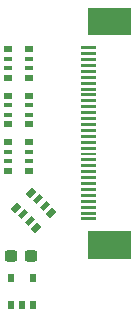
<source format=gbr>
%TF.GenerationSoftware,KiCad,Pcbnew,9.0.4*%
%TF.CreationDate,2025-09-07T07:02:52-04:00*%
%TF.ProjectId,flex_partial,666c6578-5f70-4617-9274-69616c2e6b69,v20231105*%
%TF.SameCoordinates,Original*%
%TF.FileFunction,Paste,Top*%
%TF.FilePolarity,Positive*%
%FSLAX46Y46*%
G04 Gerber Fmt 4.6, Leading zero omitted, Abs format (unit mm)*
G04 Created by KiCad (PCBNEW 9.0.4) date 2025-09-07 07:02:52*
%MOMM*%
%LPD*%
G01*
G04 APERTURE LIST*
G04 Aperture macros list*
%AMRoundRect*
0 Rectangle with rounded corners*
0 $1 Rounding radius*
0 $2 $3 $4 $5 $6 $7 $8 $9 X,Y pos of 4 corners*
0 Add a 4 corners polygon primitive as box body*
4,1,4,$2,$3,$4,$5,$6,$7,$8,$9,$2,$3,0*
0 Add four circle primitives for the rounded corners*
1,1,$1+$1,$2,$3*
1,1,$1+$1,$4,$5*
1,1,$1+$1,$6,$7*
1,1,$1+$1,$8,$9*
0 Add four rect primitives between the rounded corners*
20,1,$1+$1,$2,$3,$4,$5,0*
20,1,$1+$1,$4,$5,$6,$7,0*
20,1,$1+$1,$6,$7,$8,$9,0*
20,1,$1+$1,$8,$9,$2,$3,0*%
%AMRotRect*
0 Rectangle, with rotation*
0 The origin of the aperture is its center*
0 $1 length*
0 $2 width*
0 $3 Rotation angle, in degrees counterclockwise*
0 Add horizontal line*
21,1,$1,$2,0,0,$3*%
G04 Aperture macros list end*
%ADD10C,0.000000*%
%ADD11RoundRect,0.237500X-0.300000X-0.237500X0.300000X-0.237500X0.300000X0.237500X-0.300000X0.237500X0*%
%ADD12RotRect,0.800000X0.500000X45.000000*%
%ADD13RotRect,0.800000X0.400000X45.000000*%
%ADD14R,0.800000X0.500000*%
%ADD15R,0.800000X0.400000*%
%ADD16R,0.510000X0.700000*%
G04 APERTURE END LIST*
D10*
%TO.C,J6*%
G36*
X98775000Y-94475000D02*
G01*
X97525000Y-94475000D01*
X97525000Y-94225000D01*
X98775000Y-94225000D01*
X98775000Y-94475000D01*
G37*
G36*
X98775000Y-94975000D02*
G01*
X97525000Y-94975000D01*
X97525000Y-94725000D01*
X98775000Y-94725000D01*
X98775000Y-94975000D01*
G37*
G36*
X98775000Y-95475000D02*
G01*
X97525000Y-95475000D01*
X97525000Y-95225000D01*
X98775000Y-95225000D01*
X98775000Y-95475000D01*
G37*
G36*
X98775000Y-95975000D02*
G01*
X97525000Y-95975000D01*
X97525000Y-95725000D01*
X98775000Y-95725000D01*
X98775000Y-95975000D01*
G37*
G36*
X98775000Y-96475000D02*
G01*
X97525000Y-96475000D01*
X97525000Y-96225000D01*
X98775000Y-96225000D01*
X98775000Y-96475000D01*
G37*
G36*
X98775000Y-96975000D02*
G01*
X97525000Y-96975000D01*
X97525000Y-96725000D01*
X98775000Y-96725000D01*
X98775000Y-96975000D01*
G37*
G36*
X98775000Y-97475000D02*
G01*
X97525000Y-97475000D01*
X97525000Y-97225000D01*
X98775000Y-97225000D01*
X98775000Y-97475000D01*
G37*
G36*
X98775000Y-97975000D02*
G01*
X97525000Y-97975000D01*
X97525000Y-97725000D01*
X98775000Y-97725000D01*
X98775000Y-97975000D01*
G37*
G36*
X98775000Y-98475000D02*
G01*
X97525000Y-98475000D01*
X97525000Y-98225000D01*
X98775000Y-98225000D01*
X98775000Y-98475000D01*
G37*
G36*
X98775000Y-98975000D02*
G01*
X97525000Y-98975000D01*
X97525000Y-98725000D01*
X98775000Y-98725000D01*
X98775000Y-98975000D01*
G37*
G36*
X98775000Y-99475000D02*
G01*
X97525000Y-99475000D01*
X97525000Y-99225000D01*
X98775000Y-99225000D01*
X98775000Y-99475000D01*
G37*
G36*
X98775000Y-99975000D02*
G01*
X97525000Y-99975000D01*
X97525000Y-99725000D01*
X98775000Y-99725000D01*
X98775000Y-99975000D01*
G37*
G36*
X98775000Y-100475000D02*
G01*
X97525000Y-100475000D01*
X97525000Y-100225000D01*
X98775000Y-100225000D01*
X98775000Y-100475000D01*
G37*
G36*
X98775000Y-100975000D02*
G01*
X97525000Y-100975000D01*
X97525000Y-100725000D01*
X98775000Y-100725000D01*
X98775000Y-100975000D01*
G37*
G36*
X98775000Y-101475000D02*
G01*
X97525000Y-101475000D01*
X97525000Y-101225000D01*
X98775000Y-101225000D01*
X98775000Y-101475000D01*
G37*
G36*
X98775000Y-101975000D02*
G01*
X97525000Y-101975000D01*
X97525000Y-101725000D01*
X98775000Y-101725000D01*
X98775000Y-101975000D01*
G37*
G36*
X98775000Y-102475000D02*
G01*
X97525000Y-102475000D01*
X97525000Y-102225000D01*
X98775000Y-102225000D01*
X98775000Y-102475000D01*
G37*
G36*
X98775000Y-102975000D02*
G01*
X97525000Y-102975000D01*
X97525000Y-102725000D01*
X98775000Y-102725000D01*
X98775000Y-102975000D01*
G37*
G36*
X98775000Y-103475000D02*
G01*
X97525000Y-103475000D01*
X97525000Y-103225000D01*
X98775000Y-103225000D01*
X98775000Y-103475000D01*
G37*
G36*
X98775000Y-103975000D02*
G01*
X97525000Y-103975000D01*
X97525000Y-103725000D01*
X98775000Y-103725000D01*
X98775000Y-103975000D01*
G37*
G36*
X98775000Y-104475000D02*
G01*
X97525000Y-104475000D01*
X97525000Y-104225000D01*
X98775000Y-104225000D01*
X98775000Y-104475000D01*
G37*
G36*
X98775000Y-104975000D02*
G01*
X97525000Y-104975000D01*
X97525000Y-104725000D01*
X98775000Y-104725000D01*
X98775000Y-104975000D01*
G37*
G36*
X98775000Y-105475000D02*
G01*
X97525000Y-105475000D01*
X97525000Y-105225000D01*
X98775000Y-105225000D01*
X98775000Y-105475000D01*
G37*
G36*
X98775000Y-105975000D02*
G01*
X97525000Y-105975000D01*
X97525000Y-105725000D01*
X98775000Y-105725000D01*
X98775000Y-105975000D01*
G37*
G36*
X98775000Y-106475000D02*
G01*
X97525000Y-106475000D01*
X97525000Y-106225000D01*
X98775000Y-106225000D01*
X98775000Y-106475000D01*
G37*
G36*
X98775000Y-106975000D02*
G01*
X97525000Y-106975000D01*
X97525000Y-106725000D01*
X98775000Y-106725000D01*
X98775000Y-106975000D01*
G37*
G36*
X98775000Y-107475000D02*
G01*
X97525000Y-107475000D01*
X97525000Y-107225000D01*
X98775000Y-107225000D01*
X98775000Y-107475000D01*
G37*
G36*
X98775000Y-107975000D02*
G01*
X97525000Y-107975000D01*
X97525000Y-107725000D01*
X98775000Y-107725000D01*
X98775000Y-107975000D01*
G37*
G36*
X98775000Y-108475000D02*
G01*
X97525000Y-108475000D01*
X97525000Y-108225000D01*
X98775000Y-108225000D01*
X98775000Y-108475000D01*
G37*
G36*
X98775000Y-108975000D02*
G01*
X97525000Y-108975000D01*
X97525000Y-108725000D01*
X98775000Y-108725000D01*
X98775000Y-108975000D01*
G37*
G36*
X101705000Y-93307000D02*
G01*
X98055000Y-93307000D01*
X98055000Y-90957000D01*
X101705000Y-90957000D01*
X101705000Y-93307000D01*
G37*
G36*
X101705000Y-112243000D02*
G01*
X98055000Y-112243000D01*
X98055000Y-109893000D01*
X101705000Y-109893000D01*
X101705000Y-112243000D01*
G37*
%TD*%
D11*
%TO.C,C1*%
X91537500Y-112000000D03*
X93262500Y-112000000D03*
%TD*%
D12*
%TO.C,RN4*%
X92015076Y-107887868D03*
D13*
X92580761Y-108453553D03*
X93146447Y-109019239D03*
D12*
X93712132Y-109584924D03*
X94984924Y-108312132D03*
D13*
X94419239Y-107746447D03*
X93853553Y-107180761D03*
D12*
X93287868Y-106615076D03*
%TD*%
D14*
%TO.C,RN3*%
X91300000Y-102350000D03*
D15*
X91300000Y-103150000D03*
X91300000Y-103950000D03*
D14*
X91300000Y-104750000D03*
X93100000Y-104750000D03*
D15*
X93100000Y-103950000D03*
X93100000Y-103150000D03*
D14*
X93100000Y-102350000D03*
%TD*%
%TO.C,RN2*%
X91300000Y-98420000D03*
D15*
X91300000Y-99220000D03*
X91300000Y-100020000D03*
D14*
X91300000Y-100820000D03*
X93100000Y-100820000D03*
D15*
X93100000Y-100020000D03*
X93100000Y-99220000D03*
D14*
X93100000Y-98420000D03*
%TD*%
%TO.C,RN1*%
X91300000Y-94500000D03*
D15*
X91300000Y-95300000D03*
X91300000Y-96100000D03*
D14*
X91300000Y-96900000D03*
X93100000Y-96900000D03*
D15*
X93100000Y-96100000D03*
X93100000Y-95300000D03*
D14*
X93100000Y-94500000D03*
%TD*%
D16*
%TO.C,U1*%
X91550000Y-116160000D03*
X92500000Y-116160000D03*
X93450000Y-116160000D03*
X93450000Y-113840000D03*
X91550000Y-113840000D03*
%TD*%
M02*

</source>
